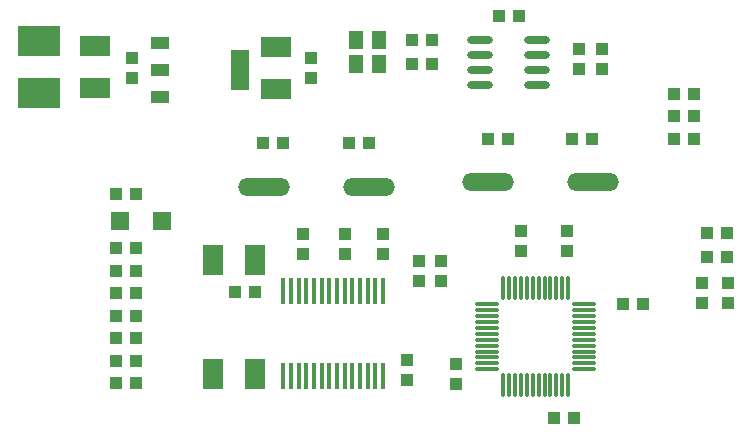
<source format=gtp>
%FSLAX25Y25*%
%MOIN*%
G70*
G01*
G75*
G04 Layer_Color=8421504*
%ADD10C,0.02000*%
%ADD11R,0.04331X0.03937*%
%ADD12R,0.05118X0.05906*%
%ADD13R,0.09843X0.07087*%
%ADD14R,0.03937X0.04331*%
%ADD15R,0.07087X0.09843*%
%ADD16R,0.14173X0.09843*%
%ADD17R,0.06000X0.06000*%
%ADD18O,0.08661X0.02362*%
%ADD19R,0.06102X0.13583*%
%ADD20R,0.06102X0.04331*%
%ADD21R,0.06102X0.04331*%
%ADD22O,0.08268X0.01181*%
%ADD23O,0.01181X0.08268*%
%ADD24R,0.01496X0.08661*%
%ADD25O,0.17323X0.05906*%
%ADD26C,0.01500*%
%ADD27C,0.01000*%
%ADD28C,0.00800*%
%ADD29C,0.05000*%
%ADD30C,0.05118*%
%ADD31R,0.05906X0.05906*%
%ADD32C,0.05906*%
%ADD33O,0.17716X0.07874*%
%ADD34O,0.07874X0.17716*%
%ADD35C,0.05906*%
%ADD36C,0.06000*%
%ADD37C,0.06693*%
%ADD38R,0.05906X0.05906*%
%ADD39C,0.05000*%
%ADD40C,0.04000*%
%ADD41C,0.00787*%
%ADD42C,0.00984*%
%ADD43C,0.02362*%
%ADD44C,0.00600*%
%ADD45C,0.01200*%
D11*
X418347Y412500D02*
D03*
X411654D02*
D03*
X418347Y420500D02*
D03*
X411654D02*
D03*
X313154Y477000D02*
D03*
X319847D02*
D03*
X313154Y485000D02*
D03*
X319847D02*
D03*
X342154Y493000D02*
D03*
X348847D02*
D03*
X407346Y452000D02*
D03*
X400654D02*
D03*
X254153Y401000D02*
D03*
X260846D02*
D03*
X270346Y450500D02*
D03*
X263653D02*
D03*
X298847D02*
D03*
X292154D02*
D03*
X214653Y415500D02*
D03*
X221346D02*
D03*
X360653Y359000D02*
D03*
X367347D02*
D03*
X390347Y397000D02*
D03*
X383653D02*
D03*
X214653Y378000D02*
D03*
X221346D02*
D03*
X366653Y452000D02*
D03*
X373346D02*
D03*
X338653D02*
D03*
X345346D02*
D03*
X400654Y467000D02*
D03*
X407346D02*
D03*
Y459500D02*
D03*
X400654D02*
D03*
X221346Y408000D02*
D03*
X214653D02*
D03*
Y370500D02*
D03*
X221346D02*
D03*
Y433500D02*
D03*
X214653D02*
D03*
Y400500D02*
D03*
X221346D02*
D03*
Y393000D02*
D03*
X214653D02*
D03*
Y385500D02*
D03*
X221346D02*
D03*
D12*
X302240Y477000D02*
D03*
X294760D02*
D03*
X302240Y485000D02*
D03*
X294760D02*
D03*
D13*
X207500Y483000D02*
D03*
Y469000D02*
D03*
X268000Y482500D02*
D03*
Y468500D02*
D03*
D14*
X220000Y478847D02*
D03*
Y472154D02*
D03*
X279500Y478847D02*
D03*
Y472154D02*
D03*
X277000Y420346D02*
D03*
Y413654D02*
D03*
X291000Y420346D02*
D03*
Y413654D02*
D03*
X303500Y420346D02*
D03*
Y413654D02*
D03*
X365000Y421347D02*
D03*
Y414653D02*
D03*
X323000Y411346D02*
D03*
Y404654D02*
D03*
X349500Y421347D02*
D03*
Y414653D02*
D03*
X328000Y376847D02*
D03*
Y370153D02*
D03*
X369000Y481847D02*
D03*
Y475153D02*
D03*
X376500D02*
D03*
Y481847D02*
D03*
X315500Y411346D02*
D03*
Y404654D02*
D03*
X311500Y378346D02*
D03*
Y371654D02*
D03*
X410000Y397153D02*
D03*
Y403847D02*
D03*
X418500D02*
D03*
Y397153D02*
D03*
D15*
X247000Y411500D02*
D03*
X261000D02*
D03*
X247000Y373500D02*
D03*
X261000D02*
D03*
D16*
X189000Y467339D02*
D03*
Y484661D02*
D03*
D17*
X230000Y424500D02*
D03*
X216000D02*
D03*
D18*
X354949Y470000D02*
D03*
Y475000D02*
D03*
Y480000D02*
D03*
Y485000D02*
D03*
X336051Y470000D02*
D03*
Y475000D02*
D03*
Y480000D02*
D03*
Y485000D02*
D03*
D19*
X255787Y475000D02*
D03*
D20*
X229213Y465945D02*
D03*
Y475000D02*
D03*
D21*
Y484055D02*
D03*
D22*
X370642Y396827D02*
D03*
Y394858D02*
D03*
Y392890D02*
D03*
Y390921D02*
D03*
Y388953D02*
D03*
Y386984D02*
D03*
Y385016D02*
D03*
Y383047D02*
D03*
Y381079D02*
D03*
Y379110D02*
D03*
Y377142D02*
D03*
Y375173D02*
D03*
X338358D02*
D03*
Y377142D02*
D03*
Y379110D02*
D03*
Y381079D02*
D03*
Y383047D02*
D03*
Y385016D02*
D03*
Y386984D02*
D03*
Y388953D02*
D03*
Y390921D02*
D03*
Y392890D02*
D03*
Y394858D02*
D03*
Y396827D02*
D03*
D23*
X365327Y369858D02*
D03*
X363358D02*
D03*
X361390D02*
D03*
X359421D02*
D03*
X357453D02*
D03*
X355484D02*
D03*
X353516D02*
D03*
X351547D02*
D03*
X349579D02*
D03*
X347610D02*
D03*
X345642D02*
D03*
X343673D02*
D03*
Y402142D02*
D03*
X345642D02*
D03*
X347610D02*
D03*
X349579D02*
D03*
X351547D02*
D03*
X353516D02*
D03*
X355484D02*
D03*
X357453D02*
D03*
X359421D02*
D03*
X361390D02*
D03*
X363358D02*
D03*
X365327D02*
D03*
D24*
X303634Y401173D02*
D03*
X301075D02*
D03*
X298516D02*
D03*
X295957D02*
D03*
X293398D02*
D03*
X290839D02*
D03*
X288280D02*
D03*
X285720D02*
D03*
X283161D02*
D03*
X280602D02*
D03*
X278043D02*
D03*
X275484D02*
D03*
X272925D02*
D03*
X270366D02*
D03*
X303634Y372827D02*
D03*
X301075D02*
D03*
X298516D02*
D03*
X295957D02*
D03*
X293398D02*
D03*
X290839D02*
D03*
X288280D02*
D03*
X285720D02*
D03*
X283161D02*
D03*
X280602D02*
D03*
X278043D02*
D03*
X275484D02*
D03*
X272925D02*
D03*
X270366D02*
D03*
D25*
X299020Y436017D02*
D03*
X263980Y435983D02*
D03*
X373520Y437517D02*
D03*
X338480Y437483D02*
D03*
M02*

</source>
